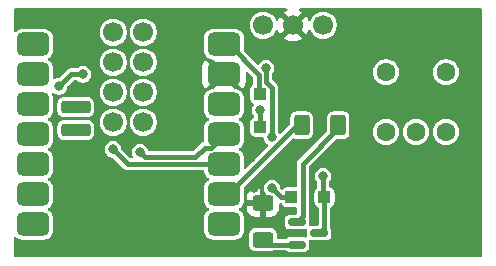
<source format=gbr>
%TF.GenerationSoftware,KiCad,Pcbnew,9.0.1*%
%TF.CreationDate,2025-04-11T12:26:53-04:00*%
%TF.ProjectId,Pneumatactors_1Xiao_CompactControl_Battery,506e6575-6d61-4746-9163-746f72735f31,rev?*%
%TF.SameCoordinates,Original*%
%TF.FileFunction,Copper,L1,Top*%
%TF.FilePolarity,Positive*%
%FSLAX46Y46*%
G04 Gerber Fmt 4.6, Leading zero omitted, Abs format (unit mm)*
G04 Created by KiCad (PCBNEW 9.0.1) date 2025-04-11 12:26:53*
%MOMM*%
%LPD*%
G01*
G04 APERTURE LIST*
G04 Aperture macros list*
%AMRoundRect*
0 Rectangle with rounded corners*
0 $1 Rounding radius*
0 $2 $3 $4 $5 $6 $7 $8 $9 X,Y pos of 4 corners*
0 Add a 4 corners polygon primitive as box body*
4,1,4,$2,$3,$4,$5,$6,$7,$8,$9,$2,$3,0*
0 Add four circle primitives for the rounded corners*
1,1,$1+$1,$2,$3*
1,1,$1+$1,$4,$5*
1,1,$1+$1,$6,$7*
1,1,$1+$1,$8,$9*
0 Add four rect primitives between the rounded corners*
20,1,$1+$1,$2,$3,$4,$5,0*
20,1,$1+$1,$4,$5,$6,$7,0*
20,1,$1+$1,$6,$7,$8,$9,0*
20,1,$1+$1,$8,$9,$2,$3,0*%
G04 Aperture macros list end*
%TA.AperFunction,SMDPad,CuDef*%
%ADD10RoundRect,0.150000X-0.587500X-0.150000X0.587500X-0.150000X0.587500X0.150000X-0.587500X0.150000X0*%
%TD*%
%TA.AperFunction,ComponentPad*%
%ADD11C,1.600200*%
%TD*%
%TA.AperFunction,SMDPad,CuDef*%
%ADD12RoundRect,0.250000X-0.300000X-0.300000X0.300000X-0.300000X0.300000X0.300000X-0.300000X0.300000X0*%
%TD*%
%TA.AperFunction,SMDPad,CuDef*%
%ADD13RoundRect,0.250000X-0.625000X0.400000X-0.625000X-0.400000X0.625000X-0.400000X0.625000X0.400000X0*%
%TD*%
%TA.AperFunction,SMDPad,CuDef*%
%ADD14RoundRect,0.250000X-0.400000X-0.625000X0.400000X-0.625000X0.400000X0.625000X-0.400000X0.625000X0*%
%TD*%
%TA.AperFunction,SMDPad,CuDef*%
%ADD15RoundRect,0.250000X-0.300000X0.300000X-0.300000X-0.300000X0.300000X-0.300000X0.300000X0.300000X0*%
%TD*%
%TA.AperFunction,SMDPad,CuDef*%
%ADD16RoundRect,0.500000X-0.875000X-0.500000X0.875000X-0.500000X0.875000X0.500000X-0.875000X0.500000X0*%
%TD*%
%TA.AperFunction,SMDPad,CuDef*%
%ADD17RoundRect,0.275000X0.975000X0.275000X-0.975000X0.275000X-0.975000X-0.275000X0.975000X-0.275000X0*%
%TD*%
%TA.AperFunction,SMDPad,CuDef*%
%ADD18C,1.700000*%
%TD*%
%TA.AperFunction,ComponentPad*%
%ADD19C,1.700000*%
%TD*%
%TA.AperFunction,ViaPad*%
%ADD20C,0.800000*%
%TD*%
%TA.AperFunction,Conductor*%
%ADD21C,0.400000*%
%TD*%
G04 APERTURE END LIST*
D10*
%TO.P,Q3,1,G*%
%TO.N,PUMP_PWM*%
X39702500Y-38928000D03*
%TO.P,Q3,2,S*%
%TO.N,Net-(Q3-S)*%
X39702500Y-40828000D03*
%TO.P,Q3,3,D*%
%TO.N,Net-(D4-A)*%
X41577500Y-39878000D03*
%TD*%
D11*
%TO.P,U1,1,1*%
%TO.N,3.7V*%
X47262000Y-31299150D03*
%TO.P,U1,2,2*%
%TO.N,V_BATT*%
X49802000Y-31299150D03*
%TO.P,U1,3,3*%
%TO.N,unconnected-(U1-Pad3)*%
X52342000Y-31299150D03*
%TO.P,U1,4*%
%TO.N,N/C*%
X52342000Y-26250900D03*
%TO.P,U1,5*%
X47262000Y-26250900D03*
%TD*%
D12*
%TO.P,D4,1,K*%
%TO.N,3.7V*%
X39240000Y-36830000D03*
%TO.P,D4,2,A*%
%TO.N,Net-(D4-A)*%
X42040000Y-36830000D03*
%TD*%
D13*
%TO.P,R6,1*%
%TO.N,GND*%
X36830000Y-37312000D03*
%TO.P,R6,2*%
%TO.N,Net-(Q3-S)*%
X36830000Y-40412000D03*
%TD*%
D14*
%TO.P,R3,1*%
%TO.N,Net-(U2-PA7_A8_D8_SCK)*%
X40106000Y-30734000D03*
%TO.P,R3,2*%
%TO.N,PUMP_PWM*%
X43206000Y-30734000D03*
%TD*%
D15*
%TO.P,D1,1,K*%
%TO.N,Net-(D1-K)*%
X36594000Y-28068000D03*
%TO.P,D1,2,A*%
%TO.N,5V*%
X36594000Y-30868000D03*
%TD*%
D16*
%TO.P,U2,1,PA02_A0_D0*%
%TO.N,unconnected-(U2-PA02_A0_D0-Pad1)*%
X17363000Y-23876000D03*
%TO.P,U2,2,PA4_A1_D1*%
%TO.N,unconnected-(U2-PA4_A1_D1-Pad2)*%
X17363000Y-26416000D03*
%TO.P,U2,3,PA10_A2_D2*%
%TO.N,unconnected-(U2-PA10_A2_D2-Pad3)*%
X17363000Y-28956000D03*
%TO.P,U2,4,PA11_A3_D3*%
%TO.N,unconnected-(U2-PA11_A3_D3-Pad4)*%
X17363000Y-31496000D03*
%TO.P,U2,5,PA8_A4_D4_SDA*%
%TO.N,unconnected-(U2-PA8_A4_D4_SDA-Pad5)*%
X17363000Y-34036000D03*
%TO.P,U2,6,PA9_A5_D5_SCL*%
%TO.N,unconnected-(U2-PA9_A5_D5_SCL-Pad6)*%
X17363000Y-36576000D03*
%TO.P,U2,7,PB08_A6_D6_TX*%
%TO.N,unconnected-(U2-PB08_A6_D6_TX-Pad7)*%
X17363000Y-39116000D03*
%TO.P,U2,8,PB09_A7_D7_RX*%
%TO.N,unconnected-(U2-PB09_A7_D7_RX-Pad8)*%
X33528000Y-39116000D03*
%TO.P,U2,9,PA7_A8_D8_SCK*%
%TO.N,Net-(U2-PA7_A8_D8_SCK)*%
X33528000Y-36576000D03*
%TO.P,U2,10,PA5_A9_D9_MISO*%
%TO.N,Net-(U2-PA5_A9_D9_MISO)*%
X33528000Y-34036000D03*
%TO.P,U2,11,PA6_A10_D10_MOSI*%
%TO.N,Net-(U2-PA6_A10_D10_MOSI)*%
X33528000Y-31496000D03*
%TO.P,U2,12,3V3*%
%TO.N,unconnected-(U2-3V3-Pad12)*%
X33528000Y-28956000D03*
%TO.P,U2,13,GND*%
%TO.N,GND*%
X33528000Y-26416000D03*
%TO.P,U2,14,5V*%
%TO.N,Net-(D1-K)*%
X33528000Y-23876000D03*
D17*
%TO.P,U2,15,5V*%
%TO.N,unconnected-(U2-5V-Pad15)*%
X20973000Y-31114000D03*
%TO.P,U2,16,GND*%
%TO.N,unconnected-(U2-GND-Pad16)*%
X20973000Y-29209000D03*
D18*
%TO.P,U2,17,PA31_SWDIO*%
%TO.N,unconnected-(U2-PA31_SWDIO-Pad17)*%
X24148000Y-22864000D03*
%TO.P,U2,18,PA30_SWCLK*%
%TO.N,unconnected-(U2-PA30_SWCLK-Pad18)*%
X26688000Y-22864000D03*
%TO.P,U2,19,RESET*%
%TO.N,unconnected-(U2-RESET-Pad19)*%
X24148000Y-25404000D03*
%TO.P,U2,20,GND*%
%TO.N,unconnected-(U2-GND-Pad20)*%
X26688000Y-25404000D03*
%TO.P,U2,21*%
%TO.N,N/C*%
X24148000Y-27944000D03*
%TO.P,U2,22*%
X26688000Y-27944000D03*
%TO.P,U2,23*%
X24148000Y-30484000D03*
%TO.P,U2,24*%
X26688000Y-30484000D03*
%TD*%
D19*
%TO.P,U3,1,VIN*%
%TO.N,3.7V*%
X36848000Y-22265500D03*
%TO.P,U3,2,GND*%
%TO.N,GND*%
X39388000Y-22265500D03*
%TO.P,U3,3,VOUT*%
%TO.N,5V*%
X41928000Y-22265500D03*
%TD*%
D20*
%TO.N,5V*%
X36576000Y-29464000D03*
%TO.N,3.7V*%
X37592000Y-36068000D03*
X37084000Y-25908000D03*
X37592000Y-31750000D03*
%TO.N,GND*%
X26670000Y-35814000D03*
X35814000Y-33528000D03*
X54102000Y-38354000D03*
X40894000Y-25146000D03*
X21082000Y-39624000D03*
X31242000Y-39878000D03*
X28956000Y-40386000D03*
X18542000Y-21844000D03*
X49784000Y-26162000D03*
X29210000Y-22098000D03*
X54102000Y-30734000D03*
X44704000Y-40894000D03*
X19558000Y-40640000D03*
X36068000Y-36068000D03*
X52832000Y-29210000D03*
X19558000Y-37338000D03*
X29972000Y-30480000D03*
X23876000Y-35814000D03*
X43180000Y-26416000D03*
X45974000Y-33528000D03*
X43180000Y-33020000D03*
X28194000Y-37846000D03*
X29464000Y-27432000D03*
X39370000Y-27686000D03*
X49276000Y-41402000D03*
X22352000Y-21844000D03*
X32766000Y-21590000D03*
X23114000Y-33782000D03*
X36830000Y-37312000D03*
X45466000Y-30480000D03*
X46482000Y-29464000D03*
X30226000Y-24384000D03*
X25400000Y-24384000D03*
%TO.N,VALVE_1_PFM*%
X21590000Y-26416000D03*
X19558000Y-27432000D03*
%TO.N,Net-(D4-A)*%
X41910000Y-35052000D03*
%TO.N,Net-(U2-PA6_A10_D10_MOSI)*%
X26416000Y-33020000D03*
%TO.N,Net-(U2-PA5_A9_D9_MISO)*%
X24130000Y-32766000D03*
%TD*%
D21*
%TO.N,5V*%
X36576000Y-30850000D02*
X36594000Y-30868000D01*
X36576000Y-29464000D02*
X36576000Y-30850000D01*
%TO.N,3.7V*%
X37084000Y-27030420D02*
X37592000Y-27538420D01*
X37592000Y-27538420D02*
X37592000Y-31750000D01*
X39240000Y-36830000D02*
X38354000Y-36830000D01*
X38354000Y-36830000D02*
X37592000Y-36068000D01*
X37084000Y-25908000D02*
X37084000Y-27030420D01*
%TO.N,VALVE_1_PFM*%
X21590000Y-26416000D02*
X20574000Y-26416000D01*
X20574000Y-26416000D02*
X19558000Y-27432000D01*
%TO.N,PUMP_PWM*%
X43206000Y-30734000D02*
X43206000Y-30962000D01*
X43206000Y-30962000D02*
X40191000Y-33977000D01*
X40191000Y-38439500D02*
X39702500Y-38928000D01*
X40191000Y-33977000D02*
X40191000Y-38439500D01*
%TO.N,Net-(D1-K)*%
X36483000Y-26439786D02*
X36483000Y-27957000D01*
X36483000Y-27957000D02*
X36594000Y-28068000D01*
X33528000Y-23876000D02*
X33919214Y-23876000D01*
X33919214Y-23876000D02*
X36483000Y-26439786D01*
%TO.N,Net-(D4-A)*%
X42040000Y-39415500D02*
X41577500Y-39878000D01*
X41910000Y-35052000D02*
X41910000Y-36700000D01*
X41910000Y-36700000D02*
X42040000Y-36830000D01*
X42040000Y-36830000D02*
X42040000Y-39415500D01*
%TO.N,Net-(Q3-S)*%
X39702500Y-40828000D02*
X37246000Y-40828000D01*
X37246000Y-40828000D02*
X36830000Y-40412000D01*
%TO.N,Net-(U2-PA6_A10_D10_MOSI)*%
X33528000Y-31496000D02*
X32389000Y-32635000D01*
X26831000Y-33435000D02*
X26416000Y-33020000D01*
X31081000Y-33435000D02*
X26831000Y-33435000D01*
X32389000Y-32635000D02*
X31881000Y-32635000D01*
X31881000Y-32635000D02*
X31081000Y-33435000D01*
%TO.N,Net-(U2-PA5_A9_D9_MISO)*%
X25400000Y-34036000D02*
X24130000Y-32766000D01*
X33528000Y-34036000D02*
X25400000Y-34036000D01*
%TO.N,Net-(U2-PA7_A8_D8_SCK)*%
X39740786Y-30734000D02*
X33898786Y-36576000D01*
X33898786Y-36576000D02*
X33528000Y-36576000D01*
X40106000Y-30734000D02*
X39740786Y-30734000D01*
%TD*%
%TA.AperFunction,Conductor*%
%TO.N,GND*%
G36*
X38880469Y-20847407D02*
G01*
X38916433Y-20896907D01*
X38916433Y-20958093D01*
X38880469Y-21007593D01*
X38867223Y-21015710D01*
X38680446Y-21110876D01*
X38680442Y-21110878D01*
X38626282Y-21150228D01*
X39258591Y-21782537D01*
X39195007Y-21799575D01*
X39080993Y-21865401D01*
X38987901Y-21958493D01*
X38922075Y-22072507D01*
X38905037Y-22136091D01*
X38272728Y-21503782D01*
X38233378Y-21557942D01*
X38233376Y-21557946D01*
X38136904Y-21747284D01*
X38107272Y-21838484D01*
X38071308Y-21887984D01*
X38013117Y-21906891D01*
X37954926Y-21887984D01*
X37918962Y-21838484D01*
X37918962Y-21838483D01*
X37917824Y-21834983D01*
X37914211Y-21823861D01*
X37831996Y-21662506D01*
X37725553Y-21515999D01*
X37597501Y-21387947D01*
X37450994Y-21281504D01*
X37450993Y-21281503D01*
X37450991Y-21281502D01*
X37289637Y-21199288D01*
X37117406Y-21143328D01*
X36938549Y-21115000D01*
X36938546Y-21115000D01*
X36757454Y-21115000D01*
X36757451Y-21115000D01*
X36578593Y-21143328D01*
X36406362Y-21199288D01*
X36245008Y-21281502D01*
X36171752Y-21334725D01*
X36098499Y-21387947D01*
X35970447Y-21515999D01*
X35939975Y-21557940D01*
X35864002Y-21662508D01*
X35781788Y-21823862D01*
X35725828Y-21996093D01*
X35697500Y-22174950D01*
X35697500Y-22356049D01*
X35725828Y-22534906D01*
X35781788Y-22707137D01*
X35827279Y-22796419D01*
X35864004Y-22868494D01*
X35970447Y-23015001D01*
X36098499Y-23143053D01*
X36245006Y-23249496D01*
X36406361Y-23331711D01*
X36578591Y-23387671D01*
X36650136Y-23399002D01*
X36757451Y-23416000D01*
X36757454Y-23416000D01*
X36938549Y-23416000D01*
X37027977Y-23401835D01*
X37117409Y-23387671D01*
X37289639Y-23331711D01*
X37289642Y-23331709D01*
X37289646Y-23331708D01*
X37393608Y-23278735D01*
X37440527Y-23254829D01*
X37440530Y-23254828D01*
X37444166Y-23252974D01*
X37450994Y-23249496D01*
X37597501Y-23143053D01*
X37725553Y-23015001D01*
X37831996Y-22868494D01*
X37914211Y-22707139D01*
X37918962Y-22692518D01*
X37954924Y-22643017D01*
X38013115Y-22624108D01*
X38071306Y-22643014D01*
X38107271Y-22692513D01*
X38107272Y-22692515D01*
X38136904Y-22783715D01*
X38233376Y-22973053D01*
X38233380Y-22973059D01*
X38272728Y-23027216D01*
X38272729Y-23027216D01*
X38905037Y-22394907D01*
X38922075Y-22458493D01*
X38987901Y-22572507D01*
X39080993Y-22665599D01*
X39195007Y-22731425D01*
X39258589Y-22748462D01*
X38626282Y-23380769D01*
X38626282Y-23380770D01*
X38680440Y-23420119D01*
X38680446Y-23420123D01*
X38869784Y-23516595D01*
X39071878Y-23582259D01*
X39281750Y-23615500D01*
X39494250Y-23615500D01*
X39704121Y-23582259D01*
X39906215Y-23516595D01*
X40095556Y-23420120D01*
X40149716Y-23380770D01*
X39517408Y-22748462D01*
X39580993Y-22731425D01*
X39695007Y-22665599D01*
X39788099Y-22572507D01*
X39853925Y-22458493D01*
X39870962Y-22394908D01*
X40503270Y-23027216D01*
X40542620Y-22973056D01*
X40639096Y-22783713D01*
X40668727Y-22692516D01*
X40704690Y-22643016D01*
X40762881Y-22624108D01*
X40821072Y-22643015D01*
X40857036Y-22692513D01*
X40861788Y-22707137D01*
X40907279Y-22796419D01*
X40944004Y-22868494D01*
X41050447Y-23015001D01*
X41178499Y-23143053D01*
X41325006Y-23249496D01*
X41486361Y-23331711D01*
X41658591Y-23387671D01*
X41730136Y-23399002D01*
X41837451Y-23416000D01*
X41837454Y-23416000D01*
X42018549Y-23416000D01*
X42107977Y-23401835D01*
X42197409Y-23387671D01*
X42369639Y-23331711D01*
X42530994Y-23249496D01*
X42677501Y-23143053D01*
X42805553Y-23015001D01*
X42911996Y-22868494D01*
X42994211Y-22707139D01*
X43050171Y-22534909D01*
X43078500Y-22356046D01*
X43078500Y-22174954D01*
X43078500Y-22174950D01*
X43050171Y-21996093D01*
X43050171Y-21996091D01*
X42994211Y-21823861D01*
X42911996Y-21662506D01*
X42805553Y-21515999D01*
X42677501Y-21387947D01*
X42530994Y-21281504D01*
X42530993Y-21281503D01*
X42530991Y-21281502D01*
X42369637Y-21199288D01*
X42197406Y-21143328D01*
X42018549Y-21115000D01*
X42018546Y-21115000D01*
X41837454Y-21115000D01*
X41837451Y-21115000D01*
X41658593Y-21143328D01*
X41486362Y-21199288D01*
X41325008Y-21281502D01*
X41251752Y-21334725D01*
X41178499Y-21387947D01*
X41050447Y-21515999D01*
X41019975Y-21557940D01*
X40944002Y-21662508D01*
X40861787Y-21823864D01*
X40861786Y-21823866D01*
X40857035Y-21838488D01*
X40821069Y-21887986D01*
X40762878Y-21906891D01*
X40704688Y-21887981D01*
X40668727Y-21838483D01*
X40639096Y-21747286D01*
X40542623Y-21557946D01*
X40542619Y-21557940D01*
X40503270Y-21503782D01*
X40503269Y-21503782D01*
X39870962Y-22136089D01*
X39853925Y-22072507D01*
X39788099Y-21958493D01*
X39695007Y-21865401D01*
X39580993Y-21799575D01*
X39517407Y-21782537D01*
X40149716Y-21150229D01*
X40149716Y-21150228D01*
X40095559Y-21110880D01*
X40095553Y-21110876D01*
X39908777Y-21015710D01*
X39865512Y-20972445D01*
X39855941Y-20912013D01*
X39883718Y-20857497D01*
X39938235Y-20829719D01*
X39953722Y-20828500D01*
X55273000Y-20828500D01*
X55331191Y-20847407D01*
X55367155Y-20896907D01*
X55372000Y-20927500D01*
X55372000Y-41810500D01*
X55353093Y-41868691D01*
X55303593Y-41904655D01*
X55273000Y-41909500D01*
X15865500Y-41909500D01*
X15807309Y-41890593D01*
X15771345Y-41841093D01*
X15766500Y-41810500D01*
X15766500Y-40265585D01*
X15785407Y-40207394D01*
X15834907Y-40171430D01*
X15896093Y-40171430D01*
X15935501Y-40195579D01*
X15985738Y-40245816D01*
X16138478Y-40341789D01*
X16162384Y-40350154D01*
X16308738Y-40401366D01*
X16308742Y-40401367D01*
X16308745Y-40401368D01*
X16308746Y-40401368D01*
X16308750Y-40401369D01*
X16443029Y-40416499D01*
X16443045Y-40416499D01*
X16443046Y-40416500D01*
X16443047Y-40416500D01*
X18282953Y-40416500D01*
X18282954Y-40416500D01*
X18282955Y-40416499D01*
X18282970Y-40416499D01*
X18417249Y-40401369D01*
X18417251Y-40401368D01*
X18417255Y-40401368D01*
X18587522Y-40341789D01*
X18740262Y-40245816D01*
X18867816Y-40118262D01*
X18963789Y-39965522D01*
X19023368Y-39795255D01*
X19023369Y-39795249D01*
X19038499Y-39660970D01*
X19038500Y-39660953D01*
X19038500Y-38571046D01*
X19038499Y-38571029D01*
X19023369Y-38436750D01*
X19023366Y-38436738D01*
X18999014Y-38367145D01*
X18963789Y-38266478D01*
X18960461Y-38261182D01*
X18867818Y-38113741D01*
X18867817Y-38113740D01*
X18867816Y-38113738D01*
X18740262Y-37986184D01*
X18740259Y-37986182D01*
X18740258Y-37986181D01*
X18650569Y-37929826D01*
X18611357Y-37882857D01*
X18607241Y-37821810D01*
X18639793Y-37770003D01*
X18650569Y-37762174D01*
X18681079Y-37743003D01*
X18740262Y-37705816D01*
X18867816Y-37578262D01*
X18963789Y-37425522D01*
X19023368Y-37255255D01*
X19023369Y-37255249D01*
X19038499Y-37120970D01*
X19038500Y-37120953D01*
X19038500Y-36031046D01*
X19038499Y-36031029D01*
X19023369Y-35896750D01*
X19023366Y-35896738D01*
X18967188Y-35736193D01*
X18963789Y-35726478D01*
X18897800Y-35621458D01*
X18867818Y-35573741D01*
X18867817Y-35573740D01*
X18867816Y-35573738D01*
X18740262Y-35446184D01*
X18740259Y-35446182D01*
X18740258Y-35446181D01*
X18650569Y-35389826D01*
X18611357Y-35342857D01*
X18607241Y-35281810D01*
X18639793Y-35230003D01*
X18650569Y-35222174D01*
X18664672Y-35213312D01*
X18740262Y-35165816D01*
X18867816Y-35038262D01*
X18963789Y-34885522D01*
X19023368Y-34715255D01*
X19023369Y-34715249D01*
X19038499Y-34580970D01*
X19038500Y-34580953D01*
X19038500Y-33491046D01*
X19038499Y-33491029D01*
X19023369Y-33356750D01*
X19023366Y-33356738D01*
X18999014Y-33287145D01*
X18963789Y-33186478D01*
X18867816Y-33033738D01*
X18740262Y-32906184D01*
X18740259Y-32906182D01*
X18740258Y-32906181D01*
X18650569Y-32849826D01*
X18647048Y-32845609D01*
X18641895Y-32843704D01*
X18627719Y-32822456D01*
X18611357Y-32802857D01*
X18610987Y-32797376D01*
X18607938Y-32792806D01*
X18608958Y-32767285D01*
X18607241Y-32741810D01*
X18610163Y-32737158D01*
X18610383Y-32731670D01*
X18624665Y-32714078D01*
X18635394Y-32697004D01*
X23429500Y-32697004D01*
X23429500Y-32834995D01*
X23443526Y-32905504D01*
X23452097Y-32948597D01*
X23456420Y-32970327D01*
X23456420Y-32970329D01*
X23509222Y-33097806D01*
X23509228Y-33097817D01*
X23585885Y-33212541D01*
X23683458Y-33310114D01*
X23798182Y-33386771D01*
X23798193Y-33386777D01*
X23844378Y-33405907D01*
X23925672Y-33439580D01*
X24061007Y-33466500D01*
X24081678Y-33466500D01*
X24139869Y-33485407D01*
X24151682Y-33495496D01*
X24811505Y-34155318D01*
X24999498Y-34343311D01*
X24999500Y-34343314D01*
X25092686Y-34436500D01*
X25092688Y-34436501D01*
X25092690Y-34436503D01*
X25206810Y-34502390D01*
X25206808Y-34502390D01*
X25206812Y-34502391D01*
X25206814Y-34502392D01*
X25334107Y-34536500D01*
X25334108Y-34536500D01*
X31759019Y-34536500D01*
X31817210Y-34555407D01*
X31853174Y-34604907D01*
X31857396Y-34624415D01*
X31867630Y-34715249D01*
X31867633Y-34715261D01*
X31927211Y-34885522D01*
X31927211Y-34885523D01*
X32023181Y-35038258D01*
X32023184Y-35038262D01*
X32150738Y-35165816D01*
X32150740Y-35165817D01*
X32150743Y-35165820D01*
X32240431Y-35222175D01*
X32279643Y-35269143D01*
X32283758Y-35330190D01*
X32251205Y-35381997D01*
X32240431Y-35389825D01*
X32150743Y-35446179D01*
X32023181Y-35573741D01*
X31927211Y-35726476D01*
X31927211Y-35726477D01*
X31867633Y-35896738D01*
X31867630Y-35896750D01*
X31852500Y-36031029D01*
X31852500Y-37120970D01*
X31867630Y-37255249D01*
X31867633Y-37255261D01*
X31927211Y-37425522D01*
X31927211Y-37425523D01*
X32023181Y-37578258D01*
X32023184Y-37578262D01*
X32150738Y-37705816D01*
X32150740Y-37705817D01*
X32150743Y-37705820D01*
X32240431Y-37762175D01*
X32279643Y-37809143D01*
X32283758Y-37870190D01*
X32251205Y-37921997D01*
X32240431Y-37929825D01*
X32150743Y-37986179D01*
X32023181Y-38113741D01*
X31927211Y-38266476D01*
X31927211Y-38266477D01*
X31867633Y-38436738D01*
X31867630Y-38436750D01*
X31852500Y-38571029D01*
X31852500Y-39660970D01*
X31867630Y-39795249D01*
X31867633Y-39795261D01*
X31927211Y-39965522D01*
X31927211Y-39965523D01*
X32023181Y-40118258D01*
X32023184Y-40118262D01*
X32150738Y-40245816D01*
X32303478Y-40341789D01*
X32327384Y-40350154D01*
X32473738Y-40401366D01*
X32473742Y-40401367D01*
X32473745Y-40401368D01*
X32473746Y-40401368D01*
X32473750Y-40401369D01*
X32608029Y-40416499D01*
X32608045Y-40416499D01*
X32608046Y-40416500D01*
X32608047Y-40416500D01*
X34447953Y-40416500D01*
X34447954Y-40416500D01*
X34447955Y-40416499D01*
X34447970Y-40416499D01*
X34582249Y-40401369D01*
X34582251Y-40401368D01*
X34582255Y-40401368D01*
X34752522Y-40341789D01*
X34905262Y-40245816D01*
X35032816Y-40118262D01*
X35126671Y-39968893D01*
X35654500Y-39968893D01*
X35654500Y-40855106D01*
X35665123Y-40943565D01*
X35720637Y-41084339D01*
X35720638Y-41084341D01*
X35720639Y-41084342D01*
X35812078Y-41204922D01*
X35932658Y-41296361D01*
X35932659Y-41296361D01*
X35932660Y-41296362D01*
X35942251Y-41300144D01*
X36073436Y-41351877D01*
X36161898Y-41362500D01*
X36161900Y-41362500D01*
X37498100Y-41362500D01*
X37498102Y-41362500D01*
X37586564Y-41351877D01*
X37628342Y-41335402D01*
X37664660Y-41328500D01*
X38798686Y-41328500D01*
X38856877Y-41347407D01*
X38857474Y-41347845D01*
X38902116Y-41380792D01*
X38902117Y-41380792D01*
X38902118Y-41380793D01*
X39030301Y-41425646D01*
X39060725Y-41428499D01*
X39060727Y-41428500D01*
X39060734Y-41428500D01*
X40344273Y-41428500D01*
X40344273Y-41428499D01*
X40374699Y-41425646D01*
X40502882Y-41380793D01*
X40612150Y-41300150D01*
X40692793Y-41190882D01*
X40737646Y-41062699D01*
X40740499Y-41032273D01*
X40740500Y-41032273D01*
X40740500Y-40623727D01*
X40740499Y-40623725D01*
X40737646Y-40593305D01*
X40737646Y-40593301D01*
X40735237Y-40586419D01*
X40733864Y-40525250D01*
X40768707Y-40474955D01*
X40826459Y-40454746D01*
X40861376Y-40460276D01*
X40905301Y-40475646D01*
X40935725Y-40478499D01*
X40935727Y-40478500D01*
X40935734Y-40478500D01*
X42219273Y-40478500D01*
X42219273Y-40478499D01*
X42249699Y-40475646D01*
X42377882Y-40430793D01*
X42487150Y-40350150D01*
X42567793Y-40240882D01*
X42612646Y-40112699D01*
X42615499Y-40082273D01*
X42615500Y-40082273D01*
X42615500Y-39673727D01*
X42615499Y-39673725D01*
X42612646Y-39643305D01*
X42612646Y-39643301D01*
X42567793Y-39515118D01*
X42567792Y-39515116D01*
X42559845Y-39504348D01*
X42540503Y-39446301D01*
X42540500Y-39445560D01*
X42540500Y-37710071D01*
X42559407Y-37651880D01*
X42603185Y-37617972D01*
X42603894Y-37617692D01*
X42612342Y-37614361D01*
X42612343Y-37614360D01*
X42612344Y-37614360D01*
X42659959Y-37578251D01*
X42732922Y-37522922D01*
X42824361Y-37402342D01*
X42879877Y-37261564D01*
X42890500Y-37173102D01*
X42890500Y-36486898D01*
X42879877Y-36398436D01*
X42824361Y-36257658D01*
X42732922Y-36137078D01*
X42612342Y-36045639D01*
X42612341Y-36045638D01*
X42612339Y-36045637D01*
X42473181Y-35990760D01*
X42425984Y-35951823D01*
X42410500Y-35898663D01*
X42410500Y-35583164D01*
X42429407Y-35524973D01*
X42439496Y-35513160D01*
X42444710Y-35507946D01*
X42454114Y-35498542D01*
X42530775Y-35383811D01*
X42583580Y-35256328D01*
X42610500Y-35120993D01*
X42610500Y-34983007D01*
X42583580Y-34847672D01*
X42530775Y-34720189D01*
X42530774Y-34720187D01*
X42530771Y-34720182D01*
X42454114Y-34605458D01*
X42356541Y-34507885D01*
X42241817Y-34431228D01*
X42241806Y-34431222D01*
X42114328Y-34378420D01*
X41978995Y-34351500D01*
X41978993Y-34351500D01*
X41841007Y-34351500D01*
X41841004Y-34351500D01*
X41705672Y-34378420D01*
X41705670Y-34378420D01*
X41578193Y-34431222D01*
X41578182Y-34431228D01*
X41463458Y-34507885D01*
X41365885Y-34605458D01*
X41289228Y-34720182D01*
X41289222Y-34720193D01*
X41236420Y-34847670D01*
X41236420Y-34847672D01*
X41209500Y-34983004D01*
X41209500Y-34983007D01*
X41209500Y-35120993D01*
X41229626Y-35222175D01*
X41236420Y-35256327D01*
X41236420Y-35256329D01*
X41289222Y-35383806D01*
X41289228Y-35383817D01*
X41365885Y-35498541D01*
X41380504Y-35513160D01*
X41408281Y-35567677D01*
X41409500Y-35583164D01*
X41409500Y-36040569D01*
X41390593Y-36098760D01*
X41370320Y-36119453D01*
X41347078Y-36137078D01*
X41255640Y-36257656D01*
X41255637Y-36257660D01*
X41200123Y-36398434D01*
X41189500Y-36486893D01*
X41189500Y-37173106D01*
X41200123Y-37261565D01*
X41255637Y-37402339D01*
X41255638Y-37402340D01*
X41255639Y-37402342D01*
X41347078Y-37522922D01*
X41347081Y-37522924D01*
X41347082Y-37522925D01*
X41467656Y-37614360D01*
X41467657Y-37614360D01*
X41467658Y-37614361D01*
X41467661Y-37614362D01*
X41476815Y-37617972D01*
X41524014Y-37656907D01*
X41539500Y-37710071D01*
X41539500Y-39167178D01*
X41537031Y-39174775D01*
X41538281Y-39182665D01*
X41527756Y-39203320D01*
X41520593Y-39225369D01*
X41510504Y-39237182D01*
X41499182Y-39248504D01*
X41444665Y-39276281D01*
X41429178Y-39277500D01*
X40935725Y-39277500D01*
X40905305Y-39280353D01*
X40905301Y-39280354D01*
X40861379Y-39295723D01*
X40800209Y-39297095D01*
X40749915Y-39262251D01*
X40729707Y-39204499D01*
X40735238Y-39169579D01*
X40737646Y-39162699D01*
X40740499Y-39132273D01*
X40740500Y-39132273D01*
X40740500Y-38723727D01*
X40740499Y-38723725D01*
X40737646Y-38693305D01*
X40737646Y-38693301D01*
X40693082Y-38565946D01*
X40691062Y-38511879D01*
X40690653Y-38511826D01*
X40690970Y-38509416D01*
X40690903Y-38507619D01*
X40691500Y-38505392D01*
X40691500Y-34225322D01*
X40710407Y-34167131D01*
X40720496Y-34155318D01*
X42937318Y-31938496D01*
X42991835Y-31910719D01*
X43007322Y-31909500D01*
X43649100Y-31909500D01*
X43649102Y-31909500D01*
X43737564Y-31898877D01*
X43878342Y-31843361D01*
X43998922Y-31751922D01*
X44090361Y-31631342D01*
X44145877Y-31490564D01*
X44156500Y-31402102D01*
X44156500Y-31212528D01*
X46161400Y-31212528D01*
X46161400Y-31385771D01*
X46188500Y-31556871D01*
X46242031Y-31721627D01*
X46242033Y-31721630D01*
X46242034Y-31721634D01*
X46250071Y-31737407D01*
X46313790Y-31862463D01*
X46320683Y-31875990D01*
X46422510Y-32016143D01*
X46545007Y-32138640D01*
X46685160Y-32240467D01*
X46839516Y-32319116D01*
X46839521Y-32319117D01*
X46839522Y-32319118D01*
X46840698Y-32319500D01*
X47004276Y-32372649D01*
X47072718Y-32383489D01*
X47175378Y-32399750D01*
X47175381Y-32399750D01*
X47348622Y-32399750D01*
X47434171Y-32386199D01*
X47519724Y-32372649D01*
X47684484Y-32319116D01*
X47838840Y-32240467D01*
X47978993Y-32138640D01*
X48101490Y-32016143D01*
X48203317Y-31875990D01*
X48281966Y-31721634D01*
X48335499Y-31556874D01*
X48354232Y-31438600D01*
X48362600Y-31385771D01*
X48362600Y-31212528D01*
X48701400Y-31212528D01*
X48701400Y-31385771D01*
X48728500Y-31556871D01*
X48782031Y-31721627D01*
X48782033Y-31721630D01*
X48782034Y-31721634D01*
X48790071Y-31737407D01*
X48853790Y-31862463D01*
X48860683Y-31875990D01*
X48962510Y-32016143D01*
X49085007Y-32138640D01*
X49225160Y-32240467D01*
X49379516Y-32319116D01*
X49379521Y-32319117D01*
X49379522Y-32319118D01*
X49380698Y-32319500D01*
X49544276Y-32372649D01*
X49612718Y-32383489D01*
X49715378Y-32399750D01*
X49715381Y-32399750D01*
X49888622Y-32399750D01*
X49974171Y-32386199D01*
X50059724Y-32372649D01*
X50224484Y-32319116D01*
X50378840Y-32240467D01*
X50518993Y-32138640D01*
X50641490Y-32016143D01*
X50743317Y-31875990D01*
X50821966Y-31721634D01*
X50875499Y-31556874D01*
X50894232Y-31438600D01*
X50902600Y-31385771D01*
X50902600Y-31212528D01*
X51241400Y-31212528D01*
X51241400Y-31385771D01*
X51268500Y-31556871D01*
X51322031Y-31721627D01*
X51322033Y-31721630D01*
X51322034Y-31721634D01*
X51330071Y-31737407D01*
X51393790Y-31862463D01*
X51400683Y-31875990D01*
X51502510Y-32016143D01*
X51625007Y-32138640D01*
X51765160Y-32240467D01*
X51919516Y-32319116D01*
X51919521Y-32319117D01*
X51919522Y-32319118D01*
X51920698Y-32319500D01*
X52084276Y-32372649D01*
X52152718Y-32383489D01*
X52255378Y-32399750D01*
X52255381Y-32399750D01*
X52428622Y-32399750D01*
X52514171Y-32386199D01*
X52599724Y-32372649D01*
X52764484Y-32319116D01*
X52918840Y-32240467D01*
X53058993Y-32138640D01*
X53181490Y-32016143D01*
X53283317Y-31875990D01*
X53361966Y-31721634D01*
X53415499Y-31556874D01*
X53434232Y-31438600D01*
X53442600Y-31385771D01*
X53442600Y-31212528D01*
X53415499Y-31041428D01*
X53415499Y-31041426D01*
X53361966Y-30876666D01*
X53283317Y-30722310D01*
X53181490Y-30582157D01*
X53058993Y-30459660D01*
X52918840Y-30357833D01*
X52918839Y-30357832D01*
X52918837Y-30357831D01*
X52848742Y-30322116D01*
X52764484Y-30279184D01*
X52764480Y-30279183D01*
X52764477Y-30279181D01*
X52599721Y-30225650D01*
X52428622Y-30198550D01*
X52428619Y-30198550D01*
X52255381Y-30198550D01*
X52255378Y-30198550D01*
X52084278Y-30225650D01*
X51919522Y-30279181D01*
X51765162Y-30357831D01*
X51625008Y-30459659D01*
X51502509Y-30582158D01*
X51400681Y-30722312D01*
X51322031Y-30876672D01*
X51268500Y-31041428D01*
X51241400Y-31212528D01*
X50902600Y-31212528D01*
X50875499Y-31041428D01*
X50875499Y-31041426D01*
X50821966Y-30876666D01*
X50743317Y-30722310D01*
X50641490Y-30582157D01*
X50518993Y-30459660D01*
X50378840Y-30357833D01*
X50378839Y-30357832D01*
X50378837Y-30357831D01*
X50308742Y-30322116D01*
X50224484Y-30279184D01*
X50224480Y-30279183D01*
X50224477Y-30279181D01*
X50059721Y-30225650D01*
X49888622Y-30198550D01*
X49888619Y-30198550D01*
X49715381Y-30198550D01*
X49715378Y-30198550D01*
X49544278Y-30225650D01*
X49379522Y-30279181D01*
X49225162Y-30357831D01*
X49085008Y-30459659D01*
X48962509Y-30582158D01*
X48860681Y-30722312D01*
X48782031Y-30876672D01*
X48728500Y-31041428D01*
X48701400Y-31212528D01*
X48362600Y-31212528D01*
X48335499Y-31041428D01*
X48335499Y-31041426D01*
X48281966Y-30876666D01*
X48203317Y-30722310D01*
X48101490Y-30582157D01*
X47978993Y-30459660D01*
X47838840Y-30357833D01*
X47838839Y-30357832D01*
X47838837Y-30357831D01*
X47768742Y-30322116D01*
X47684484Y-30279184D01*
X47684480Y-30279183D01*
X47684477Y-30279181D01*
X47519721Y-30225650D01*
X47348622Y-30198550D01*
X47348619Y-30198550D01*
X47175381Y-30198550D01*
X47175378Y-30198550D01*
X47004278Y-30225650D01*
X46839522Y-30279181D01*
X46685162Y-30357831D01*
X46545008Y-30459659D01*
X46422509Y-30582158D01*
X46320681Y-30722312D01*
X46242031Y-30876672D01*
X46188500Y-31041428D01*
X46161400Y-31212528D01*
X44156500Y-31212528D01*
X44156500Y-30065898D01*
X44145877Y-29977436D01*
X44113151Y-29894448D01*
X44090362Y-29836660D01*
X44090361Y-29836659D01*
X44090361Y-29836658D01*
X43998922Y-29716078D01*
X43878342Y-29624639D01*
X43878341Y-29624638D01*
X43878339Y-29624637D01*
X43737565Y-29569123D01*
X43649106Y-29558500D01*
X43649102Y-29558500D01*
X42762898Y-29558500D01*
X42762893Y-29558500D01*
X42674434Y-29569123D01*
X42533660Y-29624637D01*
X42533656Y-29624640D01*
X42413081Y-29716075D01*
X42413075Y-29716081D01*
X42321640Y-29836656D01*
X42321637Y-29836660D01*
X42266123Y-29977434D01*
X42255500Y-30065893D01*
X42255500Y-31163678D01*
X42236593Y-31221869D01*
X42226504Y-31233682D01*
X39883686Y-33576500D01*
X39883685Y-33576499D01*
X39790500Y-33669685D01*
X39790496Y-33669690D01*
X39724609Y-33783809D01*
X39690500Y-33911109D01*
X39690500Y-35880825D01*
X39671593Y-35939016D01*
X39622093Y-35974980D01*
X39585595Y-35979649D01*
X39583102Y-35979500D01*
X38896898Y-35979500D01*
X38896893Y-35979500D01*
X38808434Y-35990123D01*
X38667660Y-36045637D01*
X38667656Y-36045640D01*
X38547081Y-36137075D01*
X38547070Y-36137086D01*
X38538829Y-36147953D01*
X38520600Y-36160632D01*
X38504895Y-36176338D01*
X38495995Y-36177747D01*
X38488600Y-36182892D01*
X38466395Y-36182435D01*
X38444463Y-36185909D01*
X38436436Y-36181819D01*
X38427428Y-36181634D01*
X38389946Y-36158132D01*
X38321496Y-36089682D01*
X38293719Y-36035165D01*
X38292500Y-36019678D01*
X38292500Y-35999008D01*
X38292499Y-35999004D01*
X38292218Y-35997590D01*
X38265580Y-35863672D01*
X38212775Y-35736189D01*
X38212774Y-35736187D01*
X38212771Y-35736182D01*
X38136114Y-35621458D01*
X38038541Y-35523885D01*
X37923817Y-35447228D01*
X37923806Y-35447222D01*
X37796328Y-35394420D01*
X37660995Y-35367500D01*
X37660993Y-35367500D01*
X37523007Y-35367500D01*
X37523004Y-35367500D01*
X37387672Y-35394420D01*
X37387670Y-35394420D01*
X37260193Y-35447222D01*
X37260182Y-35447228D01*
X37145458Y-35523885D01*
X37047885Y-35621458D01*
X36971228Y-35736182D01*
X36971222Y-35736193D01*
X36918420Y-35863670D01*
X36918420Y-35863672D01*
X36891500Y-35999004D01*
X36891500Y-36136995D01*
X36918420Y-36272327D01*
X36918420Y-36272329D01*
X36971222Y-36399806D01*
X36971228Y-36399817D01*
X37047885Y-36514541D01*
X37051004Y-36517660D01*
X37078781Y-36572177D01*
X37080000Y-36587664D01*
X37080000Y-38461998D01*
X37080001Y-38461999D01*
X37504986Y-38461999D01*
X37607687Y-38451507D01*
X37607699Y-38451504D01*
X37774124Y-38396356D01*
X37923340Y-38304319D01*
X38047319Y-38180340D01*
X38139356Y-38031124D01*
X38194506Y-37864693D01*
X38204999Y-37761987D01*
X38204999Y-37429500D01*
X38209844Y-37414588D01*
X38209844Y-37398907D01*
X38219060Y-37386221D01*
X38223906Y-37371309D01*
X38236591Y-37362092D01*
X38245808Y-37349407D01*
X38260720Y-37344561D01*
X38273406Y-37335345D01*
X38303999Y-37330500D01*
X38359929Y-37330500D01*
X38418120Y-37349407D01*
X38452025Y-37393179D01*
X38455639Y-37402342D01*
X38547078Y-37522922D01*
X38667658Y-37614361D01*
X38667659Y-37614361D01*
X38667660Y-37614362D01*
X38710942Y-37631430D01*
X38808436Y-37669877D01*
X38896898Y-37680500D01*
X38896900Y-37680500D01*
X39583091Y-37680500D01*
X39583102Y-37680500D01*
X39583112Y-37680498D01*
X39585577Y-37680351D01*
X39644795Y-37695743D01*
X39683656Y-37743003D01*
X39690500Y-37779174D01*
X39690500Y-38191179D01*
X39688031Y-38198776D01*
X39689281Y-38206665D01*
X39678757Y-38227320D01*
X39671593Y-38249370D01*
X39661509Y-38261177D01*
X39624182Y-38298504D01*
X39569668Y-38326281D01*
X39554180Y-38327500D01*
X39060725Y-38327500D01*
X39030305Y-38330353D01*
X39030296Y-38330355D01*
X38902116Y-38375207D01*
X38792855Y-38455845D01*
X38792845Y-38455855D01*
X38712207Y-38565116D01*
X38667355Y-38693296D01*
X38667353Y-38693305D01*
X38664500Y-38723725D01*
X38664500Y-39132274D01*
X38667353Y-39162694D01*
X38667355Y-39162703D01*
X38712207Y-39290883D01*
X38792845Y-39400144D01*
X38792847Y-39400146D01*
X38792850Y-39400150D01*
X38792853Y-39400152D01*
X38792855Y-39400154D01*
X38902116Y-39480792D01*
X38902117Y-39480792D01*
X38902118Y-39480793D01*
X39030301Y-39525646D01*
X39060725Y-39528499D01*
X39060727Y-39528500D01*
X39060734Y-39528500D01*
X40344273Y-39528500D01*
X40344273Y-39528499D01*
X40374699Y-39525646D01*
X40418621Y-39510276D01*
X40479787Y-39508903D01*
X40530083Y-39543746D01*
X40550292Y-39601498D01*
X40544763Y-39636414D01*
X40542355Y-39643296D01*
X40542353Y-39643305D01*
X40539500Y-39673725D01*
X40539500Y-40082274D01*
X40542353Y-40112694D01*
X40542355Y-40112704D01*
X40544762Y-40119583D01*
X40546134Y-40180753D01*
X40511288Y-40231046D01*
X40453536Y-40251253D01*
X40418619Y-40245722D01*
X40374703Y-40230355D01*
X40374694Y-40230353D01*
X40344274Y-40227500D01*
X40344266Y-40227500D01*
X39060734Y-40227500D01*
X39060725Y-40227500D01*
X39030305Y-40230353D01*
X39030296Y-40230355D01*
X38902116Y-40275207D01*
X38857474Y-40308155D01*
X38799426Y-40327497D01*
X38798686Y-40327500D01*
X38104500Y-40327500D01*
X38046309Y-40308593D01*
X38010345Y-40259093D01*
X38005500Y-40228500D01*
X38005500Y-39968899D01*
X38005499Y-39968893D01*
X37994877Y-39880436D01*
X37939361Y-39739658D01*
X37847922Y-39619078D01*
X37727342Y-39527639D01*
X37727341Y-39527638D01*
X37727339Y-39527637D01*
X37586565Y-39472123D01*
X37498106Y-39461500D01*
X37498102Y-39461500D01*
X36161898Y-39461500D01*
X36161893Y-39461500D01*
X36073434Y-39472123D01*
X35932660Y-39527637D01*
X35932656Y-39527640D01*
X35812081Y-39619075D01*
X35812075Y-39619081D01*
X35720640Y-39739656D01*
X35720637Y-39739660D01*
X35665123Y-39880434D01*
X35654500Y-39968893D01*
X35126671Y-39968893D01*
X35128789Y-39965522D01*
X35188368Y-39795255D01*
X35188369Y-39795249D01*
X35203499Y-39660970D01*
X35203500Y-39660953D01*
X35203500Y-38571046D01*
X35203499Y-38571029D01*
X35188369Y-38436750D01*
X35188366Y-38436738D01*
X35164014Y-38367145D01*
X35128789Y-38266478D01*
X35125461Y-38261182D01*
X35032818Y-38113741D01*
X35032817Y-38113740D01*
X35032816Y-38113738D01*
X34905262Y-37986184D01*
X34905259Y-37986182D01*
X34905258Y-37986181D01*
X34815569Y-37929826D01*
X34776357Y-37882857D01*
X34772241Y-37821810D01*
X34804793Y-37770003D01*
X34815569Y-37762174D01*
X34846079Y-37743003D01*
X34905262Y-37705816D01*
X35032816Y-37578262D01*
X35043034Y-37562001D01*
X35455001Y-37562001D01*
X35455001Y-37761986D01*
X35465492Y-37864687D01*
X35465495Y-37864699D01*
X35520643Y-38031124D01*
X35612680Y-38180340D01*
X35736659Y-38304319D01*
X35885875Y-38396356D01*
X36052306Y-38451506D01*
X36155012Y-38461999D01*
X36579998Y-38461999D01*
X36580000Y-38461998D01*
X36580000Y-37562001D01*
X36579999Y-37562000D01*
X35455002Y-37562000D01*
X35455001Y-37562001D01*
X35043034Y-37562001D01*
X35124501Y-37432347D01*
X35128787Y-37425526D01*
X35128788Y-37425523D01*
X35128789Y-37425522D01*
X35188368Y-37255255D01*
X35188369Y-37255249D01*
X35203499Y-37120970D01*
X35203500Y-37120953D01*
X35203500Y-36862012D01*
X35455000Y-36862012D01*
X35455000Y-37061999D01*
X35455001Y-37062000D01*
X36579999Y-37062000D01*
X36580000Y-37061999D01*
X36580000Y-36162001D01*
X36579999Y-36162000D01*
X36155013Y-36162000D01*
X36052312Y-36172492D01*
X36052300Y-36172495D01*
X35885875Y-36227643D01*
X35736659Y-36319680D01*
X35612680Y-36443659D01*
X35520643Y-36592875D01*
X35465493Y-36759306D01*
X35455000Y-36862012D01*
X35203500Y-36862012D01*
X35203500Y-36031054D01*
X35203344Y-36028281D01*
X35203500Y-36028272D01*
X35203500Y-36028268D01*
X35203575Y-36028268D01*
X35204306Y-36028226D01*
X35215829Y-35971831D01*
X35231946Y-35950652D01*
X39320137Y-31862461D01*
X39374652Y-31834686D01*
X39426558Y-31842906D01*
X39427359Y-31840877D01*
X39433658Y-31843361D01*
X39574436Y-31898877D01*
X39662898Y-31909500D01*
X39662900Y-31909500D01*
X40549100Y-31909500D01*
X40549102Y-31909500D01*
X40637564Y-31898877D01*
X40778342Y-31843361D01*
X40898922Y-31751922D01*
X40990361Y-31631342D01*
X41045877Y-31490564D01*
X41056500Y-31402102D01*
X41056500Y-30065898D01*
X41045877Y-29977436D01*
X41013151Y-29894448D01*
X40990362Y-29836660D01*
X40990361Y-29836659D01*
X40990361Y-29836658D01*
X40898922Y-29716078D01*
X40778342Y-29624639D01*
X40778341Y-29624638D01*
X40778339Y-29624637D01*
X40637565Y-29569123D01*
X40549106Y-29558500D01*
X40549102Y-29558500D01*
X39662898Y-29558500D01*
X39662893Y-29558500D01*
X39574434Y-29569123D01*
X39433660Y-29624637D01*
X39433656Y-29624640D01*
X39313081Y-29716075D01*
X39313075Y-29716081D01*
X39221640Y-29836656D01*
X39221637Y-29836660D01*
X39166123Y-29977434D01*
X39155500Y-30065893D01*
X39155500Y-30570463D01*
X39136593Y-30628654D01*
X39126504Y-30640467D01*
X38352551Y-31414419D01*
X38331852Y-31424965D01*
X38313046Y-31438600D01*
X38305107Y-31438592D01*
X38298034Y-31442196D01*
X38275089Y-31438562D01*
X38251860Y-31438539D01*
X38245760Y-31433917D01*
X38237602Y-31432625D01*
X38202396Y-31402526D01*
X38201289Y-31401000D01*
X38136114Y-31303458D01*
X38115952Y-31283296D01*
X38111349Y-31276947D01*
X38104221Y-31254936D01*
X38093719Y-31234323D01*
X38092500Y-31218836D01*
X38092500Y-27472527D01*
X38088205Y-27456501D01*
X38088204Y-27456498D01*
X38080723Y-27428578D01*
X38058392Y-27345234D01*
X38022830Y-27283639D01*
X37992500Y-27231106D01*
X37953611Y-27192217D01*
X37899314Y-27137919D01*
X37899314Y-27137920D01*
X37613496Y-26852102D01*
X37585719Y-26797585D01*
X37584500Y-26782098D01*
X37584500Y-26439164D01*
X37603407Y-26380973D01*
X37613496Y-26369160D01*
X37628114Y-26354542D01*
X37704775Y-26239811D01*
X37736062Y-26164278D01*
X46161400Y-26164278D01*
X46161400Y-26337521D01*
X46188500Y-26508621D01*
X46242031Y-26673377D01*
X46242033Y-26673380D01*
X46242034Y-26673384D01*
X46256872Y-26702504D01*
X46318321Y-26823106D01*
X46320683Y-26827740D01*
X46422510Y-26967893D01*
X46545007Y-27090390D01*
X46685160Y-27192217D01*
X46839516Y-27270866D01*
X47004276Y-27324399D01*
X47072718Y-27335239D01*
X47175378Y-27351500D01*
X47175381Y-27351500D01*
X47348622Y-27351500D01*
X47434171Y-27337949D01*
X47519724Y-27324399D01*
X47684484Y-27270866D01*
X47838840Y-27192217D01*
X47978993Y-27090390D01*
X48101490Y-26967893D01*
X48203317Y-26827740D01*
X48281966Y-26673384D01*
X48335499Y-26508624D01*
X48354605Y-26387996D01*
X48362600Y-26337521D01*
X48362600Y-26164278D01*
X51241400Y-26164278D01*
X51241400Y-26337521D01*
X51268500Y-26508621D01*
X51322031Y-26673377D01*
X51322033Y-26673380D01*
X51322034Y-26673384D01*
X51336872Y-26702504D01*
X51398321Y-26823106D01*
X51400683Y-26827740D01*
X51502510Y-26967893D01*
X51625007Y-27090390D01*
X51765160Y-27192217D01*
X51919516Y-27270866D01*
X52084276Y-27324399D01*
X52152718Y-27335239D01*
X52255378Y-27351500D01*
X52255381Y-27351500D01*
X52428622Y-27351500D01*
X52514171Y-27337949D01*
X52599724Y-27324399D01*
X52764484Y-27270866D01*
X52918840Y-27192217D01*
X53058993Y-27090390D01*
X53181490Y-26967893D01*
X53283317Y-26827740D01*
X53361966Y-26673384D01*
X53415499Y-26508624D01*
X53434605Y-26387996D01*
X53442600Y-26337521D01*
X53442600Y-26164278D01*
X53419034Y-26015496D01*
X53415499Y-25993176D01*
X53365828Y-25840304D01*
X53361968Y-25828422D01*
X53361967Y-25828421D01*
X53361966Y-25828416D01*
X53283317Y-25674060D01*
X53181490Y-25533907D01*
X53058993Y-25411410D01*
X52918840Y-25309583D01*
X52918839Y-25309582D01*
X52918837Y-25309581D01*
X52834119Y-25266415D01*
X52764484Y-25230934D01*
X52764480Y-25230933D01*
X52764477Y-25230931D01*
X52599721Y-25177400D01*
X52428622Y-25150300D01*
X52428619Y-25150300D01*
X52255381Y-25150300D01*
X52255378Y-25150300D01*
X52084278Y-25177400D01*
X51919522Y-25230931D01*
X51765162Y-25309581D01*
X51625008Y-25411409D01*
X51502509Y-25533908D01*
X51400681Y-25674062D01*
X51322031Y-25828422D01*
X51268500Y-25993178D01*
X51241400Y-26164278D01*
X48362600Y-26164278D01*
X48339034Y-26015496D01*
X48335499Y-25993176D01*
X48285828Y-25840304D01*
X48281968Y-25828422D01*
X48281967Y-25828421D01*
X48281966Y-25828416D01*
X48203317Y-25674060D01*
X48101490Y-25533907D01*
X47978993Y-25411410D01*
X47838840Y-25309583D01*
X47838839Y-25309582D01*
X47838837Y-25309581D01*
X47754119Y-25266415D01*
X47684484Y-25230934D01*
X47684480Y-25230933D01*
X47684477Y-25230931D01*
X47519721Y-25177400D01*
X47348622Y-25150300D01*
X47348619Y-25150300D01*
X47175381Y-25150300D01*
X47175378Y-25150300D01*
X47004278Y-25177400D01*
X46839522Y-25230931D01*
X46685162Y-25309581D01*
X46545008Y-25411409D01*
X46422509Y-25533908D01*
X46320681Y-25674062D01*
X46242031Y-25828422D01*
X46188500Y-25993178D01*
X46161400Y-26164278D01*
X37736062Y-26164278D01*
X37757580Y-26112328D01*
X37784500Y-25976993D01*
X37784500Y-25839007D01*
X37757580Y-25703672D01*
X37704775Y-25576189D01*
X37704774Y-25576187D01*
X37704771Y-25576182D01*
X37628114Y-25461458D01*
X37530541Y-25363885D01*
X37415817Y-25287228D01*
X37415806Y-25287222D01*
X37288328Y-25234420D01*
X37152995Y-25207500D01*
X37152993Y-25207500D01*
X37015007Y-25207500D01*
X37015004Y-25207500D01*
X36879672Y-25234420D01*
X36879670Y-25234420D01*
X36752193Y-25287222D01*
X36752182Y-25287228D01*
X36637458Y-25363885D01*
X36539889Y-25461454D01*
X36539886Y-25461458D01*
X36475767Y-25557418D01*
X36427717Y-25595297D01*
X36366579Y-25597699D01*
X36323448Y-25572420D01*
X35232496Y-24481468D01*
X35204719Y-24426951D01*
X35203500Y-24411464D01*
X35203500Y-23331046D01*
X35203499Y-23331029D01*
X35188369Y-23196750D01*
X35188366Y-23196738D01*
X35129047Y-23027216D01*
X35128789Y-23026478D01*
X35032816Y-22873738D01*
X34905262Y-22746184D01*
X34905259Y-22746182D01*
X34905258Y-22746181D01*
X34752523Y-22650211D01*
X34582261Y-22590633D01*
X34582249Y-22590630D01*
X34447970Y-22575500D01*
X34447954Y-22575500D01*
X32608046Y-22575500D01*
X32608029Y-22575500D01*
X32473750Y-22590630D01*
X32473738Y-22590633D01*
X32303477Y-22650211D01*
X32303476Y-22650211D01*
X32150741Y-22746181D01*
X32023181Y-22873741D01*
X31927211Y-23026476D01*
X31927211Y-23026477D01*
X31867633Y-23196738D01*
X31867630Y-23196750D01*
X31852500Y-23331029D01*
X31852500Y-24420970D01*
X31867630Y-24555249D01*
X31867633Y-24555261D01*
X31927211Y-24725522D01*
X31927211Y-24725523D01*
X32023181Y-24878258D01*
X32023184Y-24878262D01*
X32150738Y-25005816D01*
X32150740Y-25005817D01*
X32150741Y-25005818D01*
X32244083Y-25064469D01*
X32303478Y-25101789D01*
X32360695Y-25121810D01*
X32473738Y-25161366D01*
X32473742Y-25161367D01*
X32473745Y-25161368D01*
X32473746Y-25161368D01*
X32473750Y-25161369D01*
X32610807Y-25176812D01*
X32610663Y-25178085D01*
X32663373Y-25198537D01*
X32670797Y-25205245D01*
X33704776Y-26239224D01*
X35101938Y-27636385D01*
X35113746Y-27626758D01*
X35113755Y-27626749D01*
X35242278Y-27469129D01*
X35336442Y-27288861D01*
X35392390Y-27093332D01*
X35403000Y-26974000D01*
X35403000Y-26306608D01*
X35421907Y-26248417D01*
X35471407Y-26212453D01*
X35532593Y-26212453D01*
X35572004Y-26236604D01*
X35953504Y-26618104D01*
X35981281Y-26672621D01*
X35982500Y-26688108D01*
X35982500Y-27264161D01*
X35963593Y-27322352D01*
X35943320Y-27343044D01*
X35901083Y-27375073D01*
X35901075Y-27375081D01*
X35809640Y-27495656D01*
X35809637Y-27495660D01*
X35754123Y-27636434D01*
X35743500Y-27724893D01*
X35743500Y-28411106D01*
X35754123Y-28499565D01*
X35809637Y-28640339D01*
X35809638Y-28640341D01*
X35809639Y-28640342D01*
X35901078Y-28760922D01*
X35901081Y-28760924D01*
X36027053Y-28856452D01*
X36025976Y-28857871D01*
X36061543Y-28896483D01*
X36068627Y-28957257D01*
X36041570Y-29007772D01*
X36031895Y-29017447D01*
X36031885Y-29017458D01*
X35955228Y-29132182D01*
X35955222Y-29132193D01*
X35902420Y-29259670D01*
X35902420Y-29259672D01*
X35875500Y-29395004D01*
X35875500Y-29532995D01*
X35902420Y-29668327D01*
X35902420Y-29668329D01*
X35955222Y-29795806D01*
X35955228Y-29795817D01*
X36031885Y-29910541D01*
X36046504Y-29925160D01*
X36050130Y-29932277D01*
X36056593Y-29936973D01*
X36063756Y-29959021D01*
X36074281Y-29979677D01*
X36075500Y-29995164D01*
X36075500Y-29995453D01*
X36056593Y-30053644D01*
X36025028Y-30081743D01*
X36021662Y-30083635D01*
X35901081Y-30175075D01*
X35901075Y-30175081D01*
X35809640Y-30295656D01*
X35809637Y-30295660D01*
X35754123Y-30436434D01*
X35743500Y-30524893D01*
X35743500Y-31211106D01*
X35754123Y-31299565D01*
X35809637Y-31440339D01*
X35809638Y-31440341D01*
X35809639Y-31440342D01*
X35901078Y-31560922D01*
X36021658Y-31652361D01*
X36021659Y-31652361D01*
X36021660Y-31652362D01*
X36089795Y-31679231D01*
X36162436Y-31707877D01*
X36250898Y-31718500D01*
X36792500Y-31718500D01*
X36850691Y-31737407D01*
X36886655Y-31786907D01*
X36890971Y-31814162D01*
X36891024Y-31814157D01*
X36891111Y-31815048D01*
X36891500Y-31817500D01*
X36891500Y-31818995D01*
X36896347Y-31843361D01*
X36917496Y-31949685D01*
X36918420Y-31954327D01*
X36918420Y-31954329D01*
X36971222Y-32081806D01*
X36971228Y-32081817D01*
X37029221Y-32168608D01*
X37047886Y-32196542D01*
X37145458Y-32294114D01*
X37222397Y-32345523D01*
X37241417Y-32358232D01*
X37279296Y-32406282D01*
X37281698Y-32467420D01*
X37256419Y-32510551D01*
X35372504Y-34394467D01*
X35317987Y-34422244D01*
X35257555Y-34412673D01*
X35214290Y-34369408D01*
X35203500Y-34324463D01*
X35203500Y-33491046D01*
X35203499Y-33491029D01*
X35188369Y-33356750D01*
X35188366Y-33356738D01*
X35164014Y-33287145D01*
X35128789Y-33186478D01*
X35032816Y-33033738D01*
X34905262Y-32906184D01*
X34905259Y-32906182D01*
X34905258Y-32906181D01*
X34815569Y-32849826D01*
X34776357Y-32802857D01*
X34772241Y-32741810D01*
X34804793Y-32690003D01*
X34815569Y-32682174D01*
X34829672Y-32673312D01*
X34905262Y-32625816D01*
X35032816Y-32498262D01*
X35128789Y-32345522D01*
X35188368Y-32175255D01*
X35189117Y-32168608D01*
X35203499Y-32040970D01*
X35203500Y-32040953D01*
X35203500Y-30951046D01*
X35203499Y-30951029D01*
X35188369Y-30816750D01*
X35188366Y-30816738D01*
X35155324Y-30722310D01*
X35128789Y-30646478D01*
X35117589Y-30628654D01*
X35032818Y-30493741D01*
X35032817Y-30493740D01*
X35032816Y-30493738D01*
X34905262Y-30366184D01*
X34905259Y-30366182D01*
X34905258Y-30366181D01*
X34815569Y-30309826D01*
X34776357Y-30262857D01*
X34772241Y-30201810D01*
X34804793Y-30150003D01*
X34815569Y-30142174D01*
X34829672Y-30133312D01*
X34905262Y-30085816D01*
X35032816Y-29958262D01*
X35128789Y-29805522D01*
X35188368Y-29635255D01*
X35188483Y-29634236D01*
X35203499Y-29500970D01*
X35203500Y-29500953D01*
X35203500Y-28411046D01*
X35203499Y-28411029D01*
X35188369Y-28276750D01*
X35188366Y-28276738D01*
X35137894Y-28132499D01*
X35128789Y-28106478D01*
X35095046Y-28052777D01*
X35032818Y-27953741D01*
X35032817Y-27953740D01*
X35032816Y-27953738D01*
X34905262Y-27826184D01*
X34905259Y-27826182D01*
X34905258Y-27826181D01*
X34752523Y-27730211D01*
X34582261Y-27670633D01*
X34582249Y-27670630D01*
X34445193Y-27655188D01*
X34445333Y-27653937D01*
X34392559Y-27633407D01*
X34385202Y-27626754D01*
X33527999Y-26769552D01*
X32670796Y-27626754D01*
X32616280Y-27654531D01*
X32610799Y-27655119D01*
X32610807Y-27655188D01*
X32473750Y-27670630D01*
X32473738Y-27670633D01*
X32303477Y-27730211D01*
X32303476Y-27730211D01*
X32150741Y-27826181D01*
X32023181Y-27953741D01*
X31927211Y-28106476D01*
X31927211Y-28106477D01*
X31867633Y-28276738D01*
X31867630Y-28276750D01*
X31852500Y-28411029D01*
X31852500Y-29500970D01*
X31867630Y-29635249D01*
X31867633Y-29635261D01*
X31927211Y-29805522D01*
X31927211Y-29805523D01*
X32020604Y-29954156D01*
X32023184Y-29958262D01*
X32150738Y-30085816D01*
X32150740Y-30085817D01*
X32150743Y-30085820D01*
X32240431Y-30142175D01*
X32279643Y-30189143D01*
X32283758Y-30250190D01*
X32251205Y-30301997D01*
X32240431Y-30309825D01*
X32150743Y-30366179D01*
X32023181Y-30493741D01*
X31927211Y-30646476D01*
X31927211Y-30646477D01*
X31867633Y-30816738D01*
X31867630Y-30816750D01*
X31852500Y-30951029D01*
X31852500Y-32040960D01*
X31852609Y-32042906D01*
X31852500Y-32043318D01*
X31852500Y-32043732D01*
X31852391Y-32043732D01*
X31836986Y-32102063D01*
X31789576Y-32140740D01*
X31779388Y-32144071D01*
X31775081Y-32145225D01*
X31687814Y-32168608D01*
X31687812Y-32168608D01*
X31687808Y-32168610D01*
X31573690Y-32234496D01*
X30902682Y-32905504D01*
X30848165Y-32933281D01*
X30832678Y-32934500D01*
X27194464Y-32934500D01*
X27136273Y-32915593D01*
X27100309Y-32866093D01*
X27097366Y-32854815D01*
X27095156Y-32843704D01*
X27089580Y-32815672D01*
X27065976Y-32758686D01*
X27036777Y-32688193D01*
X27036771Y-32688182D01*
X26960114Y-32573458D01*
X26862541Y-32475885D01*
X26747817Y-32399228D01*
X26747806Y-32399222D01*
X26620328Y-32346420D01*
X26484995Y-32319500D01*
X26484993Y-32319500D01*
X26347007Y-32319500D01*
X26347004Y-32319500D01*
X26211672Y-32346420D01*
X26211670Y-32346420D01*
X26084193Y-32399222D01*
X26084182Y-32399228D01*
X25969458Y-32475885D01*
X25871885Y-32573458D01*
X25795228Y-32688182D01*
X25795222Y-32688193D01*
X25742420Y-32815670D01*
X25742420Y-32815672D01*
X25715500Y-32951004D01*
X25715500Y-32951007D01*
X25715500Y-33088993D01*
X25740075Y-33212541D01*
X25742420Y-33224327D01*
X25742420Y-33224329D01*
X25795222Y-33351806D01*
X25795224Y-33351809D01*
X25795225Y-33351811D01*
X25797942Y-33355878D01*
X25815061Y-33381497D01*
X25818801Y-33394758D01*
X25826901Y-33405907D01*
X25826901Y-33423476D01*
X25831670Y-33440385D01*
X25826901Y-33453312D01*
X25826901Y-33467093D01*
X25816572Y-33481308D01*
X25810493Y-33497789D01*
X25799037Y-33505443D01*
X25790937Y-33516593D01*
X25774227Y-33522022D01*
X25759620Y-33531783D01*
X25732746Y-33535500D01*
X25648321Y-33535500D01*
X25590130Y-33516593D01*
X25578317Y-33506504D01*
X24859496Y-32787682D01*
X24831719Y-32733165D01*
X24830500Y-32717678D01*
X24830500Y-32697008D01*
X24830499Y-32697004D01*
X24803580Y-32561672D01*
X24777313Y-32498258D01*
X24750777Y-32434193D01*
X24750771Y-32434182D01*
X24674114Y-32319458D01*
X24576541Y-32221885D01*
X24461817Y-32145228D01*
X24461806Y-32145222D01*
X24334328Y-32092420D01*
X24198995Y-32065500D01*
X24198993Y-32065500D01*
X24061007Y-32065500D01*
X24061004Y-32065500D01*
X23925672Y-32092420D01*
X23925670Y-32092420D01*
X23798193Y-32145222D01*
X23798182Y-32145228D01*
X23683458Y-32221885D01*
X23585885Y-32319458D01*
X23509228Y-32434182D01*
X23509222Y-32434193D01*
X23456420Y-32561670D01*
X23456420Y-32561672D01*
X23429500Y-32697004D01*
X18635394Y-32697004D01*
X18639793Y-32690003D01*
X18648296Y-32683646D01*
X18649425Y-32682892D01*
X18740262Y-32625816D01*
X18867816Y-32498262D01*
X18963789Y-32345522D01*
X19023368Y-32175255D01*
X19024117Y-32168608D01*
X19038499Y-32040970D01*
X19038500Y-32040953D01*
X19038500Y-30951046D01*
X19038499Y-30951029D01*
X19023369Y-30816753D01*
X19023368Y-30816752D01*
X19023368Y-30816745D01*
X19017956Y-30801279D01*
X19422500Y-30801279D01*
X19422500Y-31426720D01*
X19437312Y-31539232D01*
X19437314Y-31539238D01*
X19484171Y-31652362D01*
X19495302Y-31679233D01*
X19587549Y-31799451D01*
X19707767Y-31891698D01*
X19847764Y-31949687D01*
X19960280Y-31964500D01*
X19960281Y-31964500D01*
X21985719Y-31964500D01*
X21985720Y-31964500D01*
X22098236Y-31949687D01*
X22238233Y-31891698D01*
X22358451Y-31799451D01*
X22450698Y-31679233D01*
X22508687Y-31539236D01*
X22523500Y-31426720D01*
X22523500Y-30801280D01*
X22508687Y-30688764D01*
X22450698Y-30548767D01*
X22374781Y-30449831D01*
X22374781Y-30449829D01*
X22358456Y-30428555D01*
X22358454Y-30428553D01*
X22358451Y-30428549D01*
X22312709Y-30393450D01*
X22997500Y-30393450D01*
X22997500Y-30574549D01*
X23025828Y-30753406D01*
X23081788Y-30925637D01*
X23140786Y-31041428D01*
X23164004Y-31086994D01*
X23270447Y-31233501D01*
X23398499Y-31361553D01*
X23545006Y-31467996D01*
X23706361Y-31550211D01*
X23878591Y-31606171D01*
X23950136Y-31617502D01*
X24057451Y-31634500D01*
X24057454Y-31634500D01*
X24238549Y-31634500D01*
X24327977Y-31620335D01*
X24417409Y-31606171D01*
X24589639Y-31550211D01*
X24750994Y-31467996D01*
X24897501Y-31361553D01*
X25025553Y-31233501D01*
X25131996Y-31086994D01*
X25214211Y-30925639D01*
X25270171Y-30753409D01*
X25287107Y-30646477D01*
X25298500Y-30574549D01*
X25298500Y-30393450D01*
X25537500Y-30393450D01*
X25537500Y-30574549D01*
X25565828Y-30753406D01*
X25621788Y-30925637D01*
X25680786Y-31041428D01*
X25704004Y-31086994D01*
X25810447Y-31233501D01*
X25938499Y-31361553D01*
X26085006Y-31467996D01*
X26246361Y-31550211D01*
X26418591Y-31606171D01*
X26490136Y-31617502D01*
X26597451Y-31634500D01*
X26597454Y-31634500D01*
X26778549Y-31634500D01*
X26867977Y-31620335D01*
X26957409Y-31606171D01*
X27129639Y-31550211D01*
X27290994Y-31467996D01*
X27437501Y-31361553D01*
X27565553Y-31233501D01*
X27671996Y-31086994D01*
X27754211Y-30925639D01*
X27810171Y-30753409D01*
X27827107Y-30646477D01*
X27838500Y-30574549D01*
X27838500Y-30393450D01*
X27817917Y-30263500D01*
X27810171Y-30214591D01*
X27754211Y-30042361D01*
X27671996Y-29881006D01*
X27565553Y-29734499D01*
X27437501Y-29606447D01*
X27290994Y-29500004D01*
X27290993Y-29500003D01*
X27290991Y-29500002D01*
X27129637Y-29417788D01*
X26957406Y-29361828D01*
X26778549Y-29333500D01*
X26778546Y-29333500D01*
X26597454Y-29333500D01*
X26597451Y-29333500D01*
X26418593Y-29361828D01*
X26246362Y-29417788D01*
X26085008Y-29500002D01*
X26011752Y-29553225D01*
X25938499Y-29606447D01*
X25810447Y-29734499D01*
X25765897Y-29795817D01*
X25704002Y-29881008D01*
X25621788Y-30042362D01*
X25565828Y-30214593D01*
X25537500Y-30393450D01*
X25298500Y-30393450D01*
X25277917Y-30263500D01*
X25270171Y-30214591D01*
X25214211Y-30042361D01*
X25131996Y-29881006D01*
X25025553Y-29734499D01*
X24897501Y-29606447D01*
X24750994Y-29500004D01*
X24750993Y-29500003D01*
X24750991Y-29500002D01*
X24589637Y-29417788D01*
X24417406Y-29361828D01*
X24238549Y-29333500D01*
X24238546Y-29333500D01*
X24057454Y-29333500D01*
X24057451Y-29333500D01*
X23878593Y-29361828D01*
X23706362Y-29417788D01*
X23545008Y-29500002D01*
X23471752Y-29553225D01*
X23398499Y-29606447D01*
X23270447Y-29734499D01*
X23225897Y-29795817D01*
X23164002Y-29881008D01*
X23081788Y-30042362D01*
X23025828Y-30214593D01*
X22997500Y-30393450D01*
X22312709Y-30393450D01*
X22238233Y-30336302D01*
X22098236Y-30278313D01*
X22098234Y-30278312D01*
X22098232Y-30278312D01*
X21985720Y-30263500D01*
X19960280Y-30263500D01*
X19960279Y-30263500D01*
X19847767Y-30278312D01*
X19847761Y-30278314D01*
X19707768Y-30336301D01*
X19587551Y-30428547D01*
X19587547Y-30428551D01*
X19495301Y-30548768D01*
X19437314Y-30688761D01*
X19437312Y-30688767D01*
X19422500Y-30801279D01*
X19017956Y-30801279D01*
X18990324Y-30722310D01*
X18963789Y-30646478D01*
X18952589Y-30628654D01*
X18867818Y-30493741D01*
X18867817Y-30493740D01*
X18867816Y-30493738D01*
X18740262Y-30366184D01*
X18740259Y-30366182D01*
X18740258Y-30366181D01*
X18650569Y-30309826D01*
X18611357Y-30262857D01*
X18607241Y-30201810D01*
X18639793Y-30150003D01*
X18650569Y-30142174D01*
X18664672Y-30133312D01*
X18740262Y-30085816D01*
X18867816Y-29958262D01*
X18963789Y-29805522D01*
X19023368Y-29635255D01*
X19023483Y-29634236D01*
X19038499Y-29500970D01*
X19038500Y-29500953D01*
X19038500Y-28896279D01*
X19422500Y-28896279D01*
X19422500Y-29521720D01*
X19436049Y-29624640D01*
X19437313Y-29634236D01*
X19451435Y-29668329D01*
X19478843Y-29734499D01*
X19495302Y-29774233D01*
X19587549Y-29894451D01*
X19707767Y-29986698D01*
X19847764Y-30044687D01*
X19960280Y-30059500D01*
X19960281Y-30059500D01*
X21985719Y-30059500D01*
X21985720Y-30059500D01*
X22098236Y-30044687D01*
X22238233Y-29986698D01*
X22358451Y-29894451D01*
X22450698Y-29774233D01*
X22508687Y-29634236D01*
X22523500Y-29521720D01*
X22523500Y-28896280D01*
X22508687Y-28783764D01*
X22450698Y-28643767D01*
X22358451Y-28523549D01*
X22238233Y-28431302D01*
X22098236Y-28373313D01*
X22098234Y-28373312D01*
X22098232Y-28373312D01*
X21985720Y-28358500D01*
X19960280Y-28358500D01*
X19960279Y-28358500D01*
X19847767Y-28373312D01*
X19847761Y-28373314D01*
X19707768Y-28431301D01*
X19587551Y-28523547D01*
X19587547Y-28523551D01*
X19495301Y-28643768D01*
X19437314Y-28783761D01*
X19437312Y-28783767D01*
X19422500Y-28896279D01*
X19038500Y-28896279D01*
X19038500Y-28411046D01*
X19038499Y-28411029D01*
X19023369Y-28276750D01*
X19023366Y-28276738D01*
X18972894Y-28132499D01*
X18963789Y-28106478D01*
X18963224Y-28105579D01*
X18961173Y-28102313D01*
X18946224Y-28042981D01*
X18969005Y-27986195D01*
X19020813Y-27953644D01*
X19081860Y-27957762D01*
X19107801Y-27973112D01*
X19111450Y-27976106D01*
X19111458Y-27976114D01*
X19168629Y-28014314D01*
X19226182Y-28052771D01*
X19226193Y-28052777D01*
X19273283Y-28072282D01*
X19353672Y-28105580D01*
X19489007Y-28132500D01*
X19489008Y-28132500D01*
X19626992Y-28132500D01*
X19626993Y-28132500D01*
X19762328Y-28105580D01*
X19889811Y-28052775D01*
X20004542Y-27976114D01*
X20102114Y-27878542D01*
X20118880Y-27853450D01*
X22997500Y-27853450D01*
X22997500Y-28034549D01*
X23025828Y-28213406D01*
X23081788Y-28385637D01*
X23139837Y-28499565D01*
X23164004Y-28546994D01*
X23270447Y-28693501D01*
X23398499Y-28821553D01*
X23545006Y-28927996D01*
X23706361Y-29010211D01*
X23878591Y-29066171D01*
X23950136Y-29077502D01*
X24057451Y-29094500D01*
X24057454Y-29094500D01*
X24238549Y-29094500D01*
X24327977Y-29080335D01*
X24417409Y-29066171D01*
X24589639Y-29010211D01*
X24750994Y-28927996D01*
X24897501Y-28821553D01*
X25025553Y-28693501D01*
X25131996Y-28546994D01*
X25214211Y-28385639D01*
X25270171Y-28213409D01*
X25287107Y-28106477D01*
X25298500Y-28034549D01*
X25298500Y-27853450D01*
X25537500Y-27853450D01*
X25537500Y-28034549D01*
X25565828Y-28213406D01*
X25621788Y-28385637D01*
X25679837Y-28499565D01*
X25704004Y-28546994D01*
X25810447Y-28693501D01*
X25938499Y-28821553D01*
X26085006Y-28927996D01*
X26246361Y-29010211D01*
X26418591Y-29066171D01*
X26490136Y-29077502D01*
X26597451Y-29094500D01*
X26597454Y-29094500D01*
X26778549Y-29094500D01*
X26867977Y-29080335D01*
X26957409Y-29066171D01*
X27129639Y-29010211D01*
X27290994Y-28927996D01*
X27437501Y-28821553D01*
X27565553Y-28693501D01*
X27671996Y-28546994D01*
X27754211Y-28385639D01*
X27810171Y-28213409D01*
X27827107Y-28106477D01*
X27838500Y-28034549D01*
X27838500Y-27853450D01*
X27816447Y-27714214D01*
X27810171Y-27674591D01*
X27754211Y-27502361D01*
X27671996Y-27341006D01*
X27565553Y-27194499D01*
X27437501Y-27066447D01*
X27290994Y-26960004D01*
X27290993Y-26960003D01*
X27290991Y-26960002D01*
X27129637Y-26877788D01*
X26957406Y-26821828D01*
X26778549Y-26793500D01*
X26778546Y-26793500D01*
X26597454Y-26793500D01*
X26597451Y-26793500D01*
X26418593Y-26821828D01*
X26246362Y-26877788D01*
X26085008Y-26960002D01*
X26065742Y-26974000D01*
X25938499Y-27066447D01*
X25810447Y-27194499D01*
X25783851Y-27231106D01*
X25704002Y-27341008D01*
X25621788Y-27502362D01*
X25565828Y-27674593D01*
X25537500Y-27853450D01*
X25298500Y-27853450D01*
X25276447Y-27714214D01*
X25270171Y-27674591D01*
X25214211Y-27502361D01*
X25131996Y-27341006D01*
X25025553Y-27194499D01*
X24897501Y-27066447D01*
X24750994Y-26960004D01*
X24750993Y-26960003D01*
X24750991Y-26960002D01*
X24589637Y-26877788D01*
X24417406Y-26821828D01*
X24238549Y-26793500D01*
X24238546Y-26793500D01*
X24057454Y-26793500D01*
X24057451Y-26793500D01*
X23878593Y-26821828D01*
X23706362Y-26877788D01*
X23545008Y-26960002D01*
X23525742Y-26974000D01*
X23398499Y-27066447D01*
X23270447Y-27194499D01*
X23243851Y-27231106D01*
X23164002Y-27341008D01*
X23081788Y-27502362D01*
X23025828Y-27674593D01*
X22997500Y-27853450D01*
X20118880Y-27853450D01*
X20178775Y-27763811D01*
X20231580Y-27636328D01*
X20258500Y-27500993D01*
X20258500Y-27480322D01*
X20277407Y-27422131D01*
X20287496Y-27410318D01*
X20752318Y-26945496D01*
X20806835Y-26917719D01*
X20822322Y-26916500D01*
X21058836Y-26916500D01*
X21117027Y-26935407D01*
X21128840Y-26945496D01*
X21143458Y-26960114D01*
X21258182Y-27036771D01*
X21258193Y-27036777D01*
X21305283Y-27056282D01*
X21385672Y-27089580D01*
X21521007Y-27116500D01*
X21521008Y-27116500D01*
X21658992Y-27116500D01*
X21658993Y-27116500D01*
X21794328Y-27089580D01*
X21921811Y-27036775D01*
X22036542Y-26960114D01*
X22134114Y-26862542D01*
X22210775Y-26747811D01*
X22263580Y-26620328D01*
X22290500Y-26484993D01*
X22290500Y-26347007D01*
X22263580Y-26211672D01*
X22239485Y-26153501D01*
X22210777Y-26084193D01*
X22210771Y-26084182D01*
X22134114Y-25969458D01*
X22036541Y-25871885D01*
X21921817Y-25795228D01*
X21921806Y-25795222D01*
X21794328Y-25742420D01*
X21658995Y-25715500D01*
X21658993Y-25715500D01*
X21521007Y-25715500D01*
X21521004Y-25715500D01*
X21385672Y-25742420D01*
X21385670Y-25742420D01*
X21258193Y-25795222D01*
X21258182Y-25795228D01*
X21143458Y-25871885D01*
X21143454Y-25871889D01*
X21128840Y-25886504D01*
X21074323Y-25914281D01*
X21058836Y-25915500D01*
X20639892Y-25915500D01*
X20508108Y-25915500D01*
X20430200Y-25936375D01*
X20380809Y-25949609D01*
X20266690Y-26015496D01*
X19579682Y-26702504D01*
X19525165Y-26730281D01*
X19509678Y-26731500D01*
X19489004Y-26731500D01*
X19353672Y-26758420D01*
X19353670Y-26758420D01*
X19226193Y-26811222D01*
X19226184Y-26811227D01*
X19192501Y-26833734D01*
X19133613Y-26850342D01*
X19076210Y-26829164D01*
X19042217Y-26778291D01*
X19038500Y-26751418D01*
X19038500Y-25871046D01*
X19038499Y-25871029D01*
X19023369Y-25736750D01*
X19023366Y-25736738D01*
X18999014Y-25667145D01*
X18963789Y-25566478D01*
X18949123Y-25543138D01*
X18867818Y-25413741D01*
X18867817Y-25413740D01*
X18867816Y-25413738D01*
X18767528Y-25313450D01*
X22997500Y-25313450D01*
X22997500Y-25494549D01*
X23025828Y-25673406D01*
X23081788Y-25845637D01*
X23148718Y-25976995D01*
X23164004Y-26006994D01*
X23270447Y-26153501D01*
X23398499Y-26281553D01*
X23545006Y-26387996D01*
X23706361Y-26470211D01*
X23878591Y-26526171D01*
X23950136Y-26537502D01*
X24057451Y-26554500D01*
X24057454Y-26554500D01*
X24238549Y-26554500D01*
X24327977Y-26540335D01*
X24417409Y-26526171D01*
X24589639Y-26470211D01*
X24750994Y-26387996D01*
X24897501Y-26281553D01*
X25025553Y-26153501D01*
X25131996Y-26006994D01*
X25214211Y-25845639D01*
X25270171Y-25673409D01*
X25287107Y-25566477D01*
X25298500Y-25494549D01*
X25298500Y-25313450D01*
X25537500Y-25313450D01*
X25537500Y-25494549D01*
X25565828Y-25673406D01*
X25621788Y-25845637D01*
X25688718Y-25976995D01*
X25704004Y-26006994D01*
X25810447Y-26153501D01*
X25938499Y-26281553D01*
X26085006Y-26387996D01*
X26246361Y-26470211D01*
X26418591Y-26526171D01*
X26490136Y-26537502D01*
X26597451Y-26554500D01*
X26597454Y-26554500D01*
X26778549Y-26554500D01*
X26867977Y-26540335D01*
X26957409Y-26526171D01*
X27129639Y-26470211D01*
X27290994Y-26387996D01*
X27437501Y-26281553D01*
X27565553Y-26153501D01*
X27671996Y-26006994D01*
X27747913Y-25857999D01*
X31653000Y-25857999D01*
X31653000Y-26974000D01*
X31663609Y-27093332D01*
X31719557Y-27288861D01*
X31813721Y-27469129D01*
X31942244Y-27626749D01*
X31942256Y-27626761D01*
X31954060Y-27636385D01*
X33174446Y-26415999D01*
X31954060Y-25195613D01*
X31942253Y-25205241D01*
X31942238Y-25205256D01*
X31813723Y-25362867D01*
X31813722Y-25362868D01*
X31719557Y-25543138D01*
X31663609Y-25738667D01*
X31653000Y-25857999D01*
X27747913Y-25857999D01*
X27754211Y-25845639D01*
X27810171Y-25673409D01*
X27827107Y-25566477D01*
X27838500Y-25494549D01*
X27838500Y-25313450D01*
X27818169Y-25185089D01*
X27810171Y-25134591D01*
X27754211Y-24962361D01*
X27671996Y-24801006D01*
X27565553Y-24654499D01*
X27437501Y-24526447D01*
X27290994Y-24420004D01*
X27290993Y-24420003D01*
X27290991Y-24420002D01*
X27129637Y-24337788D01*
X26957406Y-24281828D01*
X26778549Y-24253500D01*
X26778546Y-24253500D01*
X26597454Y-24253500D01*
X26597451Y-24253500D01*
X26418593Y-24281828D01*
X26246362Y-24337788D01*
X26085008Y-24420002D01*
X26011752Y-24473225D01*
X25938499Y-24526447D01*
X25810447Y-24654499D01*
X25758846Y-24725522D01*
X25704002Y-24801008D01*
X25621788Y-24962362D01*
X25565828Y-25134593D01*
X25537500Y-25313450D01*
X25298500Y-25313450D01*
X25278169Y-25185089D01*
X25270171Y-25134591D01*
X25214211Y-24962361D01*
X25131996Y-24801006D01*
X25025553Y-24654499D01*
X24897501Y-24526447D01*
X24750994Y-24420004D01*
X24750993Y-24420003D01*
X24750991Y-24420002D01*
X24589637Y-24337788D01*
X24417406Y-24281828D01*
X24238549Y-24253500D01*
X24238546Y-24253500D01*
X24057454Y-24253500D01*
X24057451Y-24253500D01*
X23878593Y-24281828D01*
X23706362Y-24337788D01*
X23545008Y-24420002D01*
X23471752Y-24473225D01*
X23398499Y-24526447D01*
X23270447Y-24654499D01*
X23218846Y-24725522D01*
X23164002Y-24801008D01*
X23081788Y-24962362D01*
X23025828Y-25134593D01*
X22997500Y-25313450D01*
X18767528Y-25313450D01*
X18740262Y-25286184D01*
X18740259Y-25286182D01*
X18740258Y-25286181D01*
X18650569Y-25229826D01*
X18611357Y-25182857D01*
X18607241Y-25121810D01*
X18639793Y-25070003D01*
X18650569Y-25062174D01*
X18664672Y-25053312D01*
X18740262Y-25005816D01*
X18867816Y-24878262D01*
X18963789Y-24725522D01*
X19023368Y-24555255D01*
X19031682Y-24481468D01*
X19038499Y-24420970D01*
X19038500Y-24420953D01*
X19038500Y-23331046D01*
X19038499Y-23331029D01*
X19023369Y-23196750D01*
X19023366Y-23196738D01*
X18964047Y-23027216D01*
X18963789Y-23026478D01*
X18867816Y-22873738D01*
X18767528Y-22773450D01*
X22997500Y-22773450D01*
X22997500Y-22954549D01*
X23025828Y-23133406D01*
X23081788Y-23305637D01*
X23123586Y-23387671D01*
X23164004Y-23466994D01*
X23270447Y-23613501D01*
X23398499Y-23741553D01*
X23545006Y-23847996D01*
X23706361Y-23930211D01*
X23878591Y-23986171D01*
X23950136Y-23997502D01*
X24057451Y-24014500D01*
X24057454Y-24014500D01*
X24238549Y-24014500D01*
X24327977Y-24000335D01*
X24417409Y-23986171D01*
X24589639Y-23930211D01*
X24750994Y-23847996D01*
X24897501Y-23741553D01*
X25025553Y-23613501D01*
X25131996Y-23466994D01*
X25214211Y-23305639D01*
X25270171Y-23133409D01*
X25287107Y-23026477D01*
X25298500Y-22954549D01*
X25298500Y-22773450D01*
X25537500Y-22773450D01*
X25537500Y-22954549D01*
X25565828Y-23133406D01*
X25621788Y-23305637D01*
X25663586Y-23387671D01*
X25704004Y-23466994D01*
X25810447Y-23613501D01*
X25938499Y-23741553D01*
X26085006Y-23847996D01*
X26246361Y-23930211D01*
X26418591Y-23986171D01*
X26490136Y-23997502D01*
X26597451Y-24014500D01*
X26597454Y-24014500D01*
X26778549Y-24014500D01*
X26867977Y-24000335D01*
X26957409Y-23986171D01*
X27129639Y-23930211D01*
X27290994Y-23847996D01*
X27437501Y-23741553D01*
X27565553Y-23613501D01*
X27671996Y-23466994D01*
X27754211Y-23305639D01*
X27810171Y-23133409D01*
X27827107Y-23026477D01*
X27838500Y-22954549D01*
X27838500Y-22773450D01*
X27810171Y-22594593D01*
X27810171Y-22594591D01*
X27754211Y-22422361D01*
X27671996Y-22261006D01*
X27565553Y-22114499D01*
X27437501Y-21986447D01*
X27290994Y-21880004D01*
X27290993Y-21880003D01*
X27290991Y-21880002D01*
X27129637Y-21797788D01*
X26957406Y-21741828D01*
X26778549Y-21713500D01*
X26778546Y-21713500D01*
X26597454Y-21713500D01*
X26597451Y-21713500D01*
X26418593Y-21741828D01*
X26246362Y-21797788D01*
X26085008Y-21880002D01*
X26011752Y-21933225D01*
X25938499Y-21986447D01*
X25810447Y-22114499D01*
X25766527Y-22174950D01*
X25704002Y-22261008D01*
X25621788Y-22422362D01*
X25565828Y-22594593D01*
X25537500Y-22773450D01*
X25298500Y-22773450D01*
X25270171Y-22594593D01*
X25270171Y-22594591D01*
X25214211Y-22422361D01*
X25131996Y-22261006D01*
X25025553Y-22114499D01*
X24897501Y-21986447D01*
X24750994Y-21880004D01*
X24750993Y-21880003D01*
X24750991Y-21880002D01*
X24589637Y-21797788D01*
X24417406Y-21741828D01*
X24238549Y-21713500D01*
X24238546Y-21713500D01*
X24057454Y-21713500D01*
X24057451Y-21713500D01*
X23878593Y-21741828D01*
X23706362Y-21797788D01*
X23545008Y-21880002D01*
X23471752Y-21933225D01*
X23398499Y-21986447D01*
X23270447Y-22114499D01*
X23226527Y-22174950D01*
X23164002Y-22261008D01*
X23081788Y-22422362D01*
X23025828Y-22594593D01*
X22997500Y-22773450D01*
X18767528Y-22773450D01*
X18740262Y-22746184D01*
X18740259Y-22746182D01*
X18740258Y-22746181D01*
X18587523Y-22650211D01*
X18417261Y-22590633D01*
X18417249Y-22590630D01*
X18282970Y-22575500D01*
X18282954Y-22575500D01*
X16443046Y-22575500D01*
X16443029Y-22575500D01*
X16308750Y-22590630D01*
X16308738Y-22590633D01*
X16138477Y-22650211D01*
X16138476Y-22650211D01*
X15985741Y-22746181D01*
X15985738Y-22746183D01*
X15985738Y-22746184D01*
X15935501Y-22796420D01*
X15880987Y-22824196D01*
X15820555Y-22814625D01*
X15777290Y-22771360D01*
X15766500Y-22726415D01*
X15766500Y-20927500D01*
X15785407Y-20869309D01*
X15834907Y-20833345D01*
X15865500Y-20828500D01*
X38822278Y-20828500D01*
X38880469Y-20847407D01*
G37*
%TD.AperFunction*%
%TD*%
M02*

</source>
